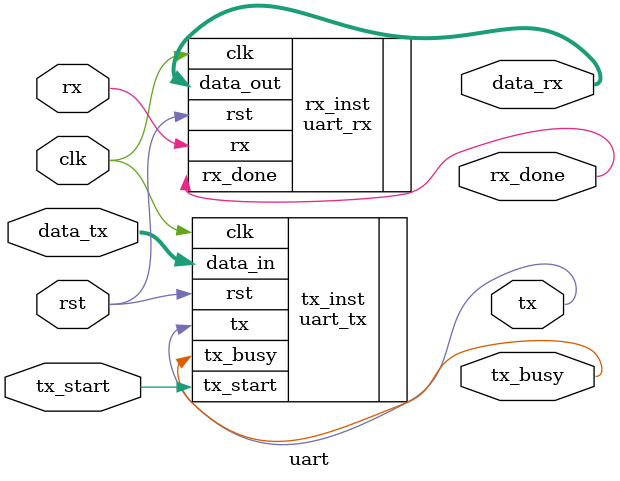
<source format=v>
module uart (
    input wire clk,              // Reloj principal
    input wire rst,              // Reset
    input wire [7:0] data_tx,    // Dato para transmitir
    input wire tx_start,         // Señal para iniciar la transmisión
    input wire rx,               // Línea RX (entrada)
    output wire tx,              // Línea TX (salida)
    output wire [7:0] data_rx,   // Dato recibido
    output wire tx_busy,         // Indicador de transmisión ocupada
    output wire rx_done          // Indicador de recepción completada
);

    uart_tx tx_inst (
        .clk(clk),
        .rst(rst),
        .data_in(data_tx),
        .tx_start(tx_start),
        .tx(tx),
        .tx_busy(tx_busy)
    );

    uart_rx rx_inst (
        .clk(clk),
        .rst(rst),
        .rx(rx),
        .data_out(data_rx),
        .rx_done(rx_done)
    );

endmodule

</source>
